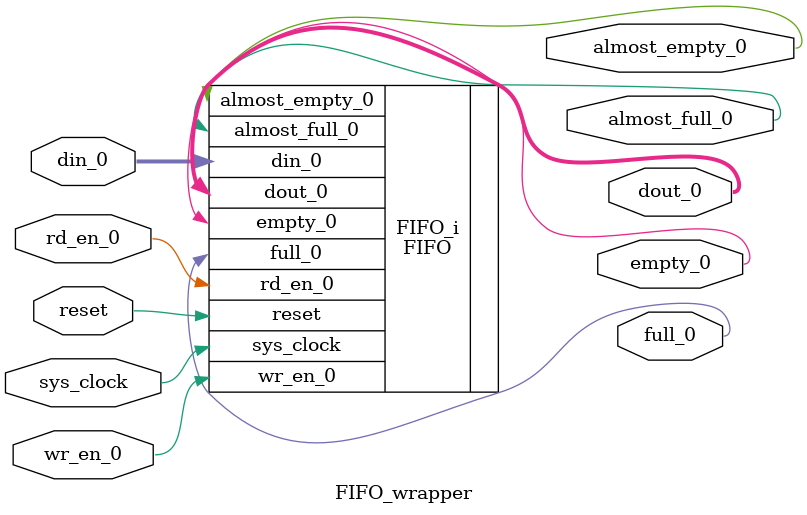
<source format=v>
`timescale 1 ps / 1 ps

module FIFO_wrapper
   (almost_empty_0,
    almost_full_0,
    din_0,
    dout_0,
    empty_0,
    full_0,
    rd_en_0,
    reset,
    sys_clock,
    wr_en_0);
  output almost_empty_0;
  output almost_full_0;
  input [15:0]din_0;
  output [15:0]dout_0;
  output empty_0;
  output full_0;
  input rd_en_0;
  input reset;
  input sys_clock;
  input wr_en_0;

  wire almost_empty_0;
  wire almost_full_0;
  wire [15:0]din_0;
  wire [15:0]dout_0;
  wire empty_0;
  wire full_0;
  wire rd_en_0;
  wire reset;
  wire sys_clock;
  wire wr_en_0;

  FIFO FIFO_i
       (.almost_empty_0(almost_empty_0),
        .almost_full_0(almost_full_0),
        .din_0(din_0),
        .dout_0(dout_0),
        .empty_0(empty_0),
        .full_0(full_0),
        .rd_en_0(rd_en_0),
        .reset(reset),
        .sys_clock(sys_clock),
        .wr_en_0(wr_en_0));
endmodule

</source>
